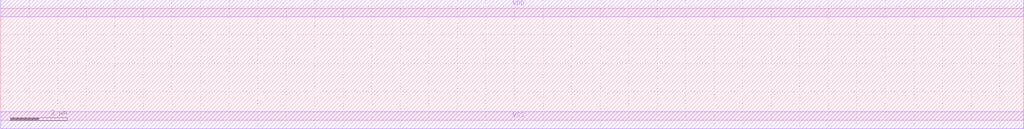
<source format=lef>
# Copyright 2022 GlobalFoundries PDK Authors
#
# Licensed under the Apache License, Version 2.0 (the "License");
# you may not use this file except in compliance with the License.
# You may obtain a copy of the License at
#
#      http://www.apache.org/licenses/LICENSE-2.0
#
# Unless required by applicable law or agreed to in writing, software
# distributed under the License is distributed on an "AS IS" BASIS,
# WITHOUT WARRANTIES OR CONDITIONS OF ANY KIND, either express or implied.
# See the License for the specific language governing permissions and
# limitations under the License.

MACRO gf180mcu_fd_sc_mcu7t5v0__fill_64
  CLASS core SPACER ;
  FOREIGN gf180mcu_fd_sc_mcu7t5v0__fill_64 0.0 0.0 ;
  ORIGIN 0 0 ;
  SYMMETRY X Y ;
  SITE GF018hv5v_mcu_sc7 ;
  SIZE 35.84 BY 3.92 ;
  PIN VDD
    DIRECTION INOUT ;
    USE power ;
    SHAPE ABUTMENT ;
    PORT
      LAYER METAL1 ;
        POLYGON 0 3.62 35.84 3.62 35.84 4.22 0 4.22  ;
    END
  END VDD
  PIN VSS
    DIRECTION INOUT ;
    USE ground ;
    SHAPE ABUTMENT ;
    PORT
      LAYER METAL1 ;
        POLYGON 0 -0.3 35.84 -0.3 35.84 0.3 0 0.3  ;
    END
  END VSS
END gf180mcu_fd_sc_mcu7t5v0__fill_64

</source>
